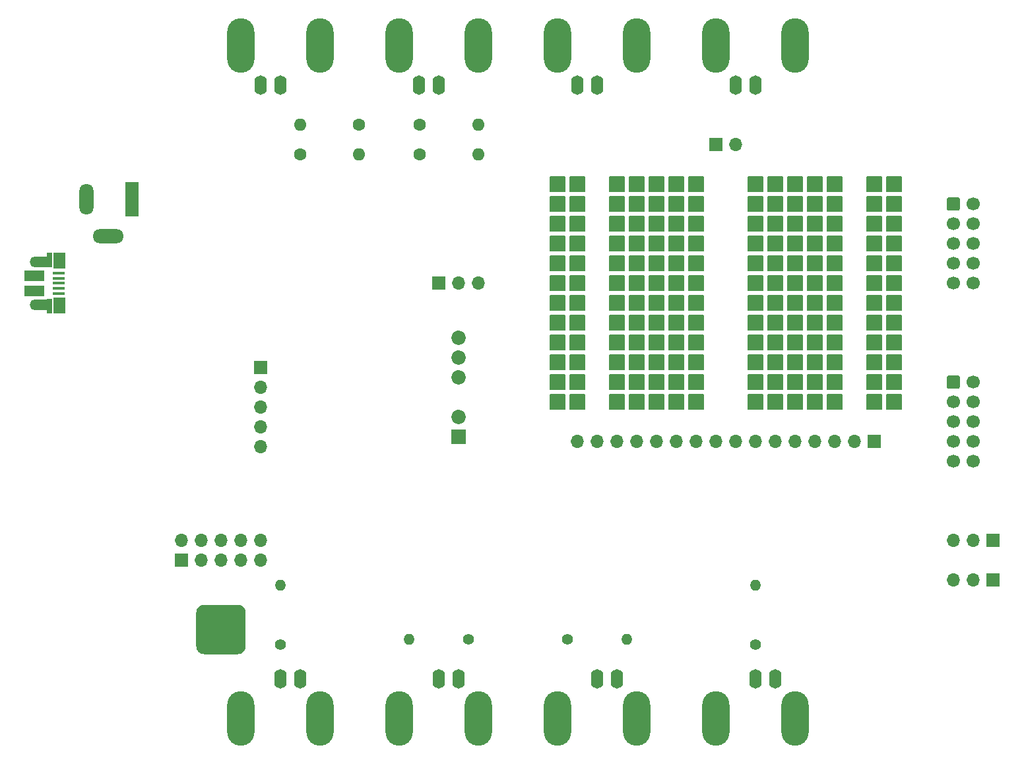
<source format=gbr>
G04 #@! TF.GenerationSoftware,KiCad,Pcbnew,(5.1.8-0-10_14)*
G04 #@! TF.CreationDate,2021-01-15T12:09:11-08:00*
G04 #@! TF.ProjectId,esp32_sync,65737033-325f-4737-996e-632e6b696361,rev?*
G04 #@! TF.SameCoordinates,Original*
G04 #@! TF.FileFunction,Soldermask,Bot*
G04 #@! TF.FilePolarity,Negative*
%FSLAX46Y46*%
G04 Gerber Fmt 4.6, Leading zero omitted, Abs format (unit mm)*
G04 Created by KiCad (PCBNEW (5.1.8-0-10_14)) date 2021-01-15 12:09:11*
%MOMM*%
%LPD*%
G01*
G04 APERTURE LIST*
%ADD10O,1.700000X1.700000*%
%ADD11R,1.700000X1.700000*%
%ADD12C,1.850000*%
%ADD13R,1.850000X1.850000*%
%ADD14O,1.600000X1.600000*%
%ADD15C,1.600000*%
%ADD16R,1.800000X4.400000*%
%ADD17O,1.800000X4.000000*%
%ADD18O,4.000000X1.800000*%
%ADD19O,1.400000X1.400000*%
%ADD20C,1.400000*%
%ADD21C,1.700000*%
%ADD22O,1.600000X2.500000*%
%ADD23O,3.500000X7.000000*%
%ADD24R,2.500000X1.430000*%
%ADD25O,1.700000X1.350000*%
%ADD26O,1.500000X1.100000*%
%ADD27R,1.650000X0.400000*%
%ADD28R,1.500000X2.000000*%
%ADD29R,0.700000X1.825000*%
%ADD30R,2.000000X1.350000*%
G04 APERTURE END LIST*
D10*
X93980000Y-122555000D03*
X93980000Y-120015000D03*
X93980000Y-117475000D03*
X93980000Y-114935000D03*
D11*
X93980000Y-112395000D03*
D10*
X93980000Y-134620000D03*
X93980000Y-137160000D03*
X91440000Y-134620000D03*
X91440000Y-137160000D03*
X88900000Y-134620000D03*
X88900000Y-137160000D03*
X86360000Y-134620000D03*
X86360000Y-137160000D03*
X83820000Y-134620000D03*
D11*
X83820000Y-137160000D03*
D10*
X121920000Y-101600000D03*
X119380000Y-101600000D03*
D11*
X116840000Y-101600000D03*
D12*
X119380000Y-108585000D03*
X119380000Y-111125000D03*
X119380000Y-113665000D03*
X119380000Y-118745000D03*
D13*
X119380000Y-121285000D03*
D14*
X121920000Y-85090000D03*
D15*
X114420000Y-85090000D03*
D14*
X121920000Y-81280000D03*
D15*
X114420000Y-81280000D03*
D16*
X77470000Y-90805000D03*
D17*
X71670000Y-90805000D03*
D18*
X74470000Y-95605000D03*
D19*
X157480000Y-140335000D03*
D20*
X157480000Y-147955000D03*
D21*
X185420000Y-124460000D03*
X185420000Y-121920000D03*
X185420000Y-119380000D03*
X185420000Y-116840000D03*
X185420000Y-114300000D03*
X182880000Y-124460000D03*
X182880000Y-121920000D03*
X182880000Y-119380000D03*
X182880000Y-116840000D03*
G36*
G01*
X182030000Y-114900000D02*
X182030000Y-113700000D01*
G75*
G02*
X182280000Y-113450000I250000J0D01*
G01*
X183480000Y-113450000D01*
G75*
G02*
X183730000Y-113700000I0J-250000D01*
G01*
X183730000Y-114900000D01*
G75*
G02*
X183480000Y-115150000I-250000J0D01*
G01*
X182280000Y-115150000D01*
G75*
G02*
X182030000Y-114900000I0J250000D01*
G01*
G37*
X185420000Y-101600000D03*
X185420000Y-99060000D03*
X185420000Y-96520000D03*
X185420000Y-93980000D03*
X185420000Y-91440000D03*
X182880000Y-101600000D03*
X182880000Y-99060000D03*
X182880000Y-96520000D03*
X182880000Y-93980000D03*
G36*
G01*
X182030000Y-92040000D02*
X182030000Y-90840000D01*
G75*
G02*
X182280000Y-90590000I250000J0D01*
G01*
X183480000Y-90590000D01*
G75*
G02*
X183730000Y-90840000I0J-250000D01*
G01*
X183730000Y-92040000D01*
G75*
G02*
X183480000Y-92290000I-250000J0D01*
G01*
X182280000Y-92290000D01*
G75*
G02*
X182030000Y-92040000I0J250000D01*
G01*
G37*
D10*
X134620000Y-121920000D03*
X137160000Y-121920000D03*
X139700000Y-121920000D03*
X142240000Y-121920000D03*
X144780000Y-121920000D03*
X147320000Y-121920000D03*
X149860000Y-121920000D03*
X152400000Y-121920000D03*
X154940000Y-121920000D03*
X157480000Y-121920000D03*
X160020000Y-121920000D03*
X162560000Y-121920000D03*
X165100000Y-121920000D03*
X167640000Y-121920000D03*
X170180000Y-121920000D03*
D11*
X172720000Y-121920000D03*
G36*
G01*
X85725000Y-148234400D02*
X85725000Y-143865600D01*
G75*
G02*
X86715600Y-142875000I990600J0D01*
G01*
X91084400Y-142875000D01*
G75*
G02*
X92075000Y-143865600I0J-990600D01*
G01*
X92075000Y-148234400D01*
G75*
G02*
X91084400Y-149225000I-990600J0D01*
G01*
X86715600Y-149225000D01*
G75*
G02*
X85725000Y-148234400I0J990600D01*
G01*
G37*
D10*
X154940000Y-83820000D03*
D11*
X152400000Y-83820000D03*
D22*
X99060000Y-152400000D03*
X96520000Y-152400000D03*
D23*
X91440000Y-157480000D03*
X101600000Y-157480000D03*
G36*
G01*
X132880001Y-89950000D02*
X131279999Y-89950000D01*
G75*
G02*
X131030000Y-89700001I0J249999D01*
G01*
X131030000Y-88099999D01*
G75*
G02*
X131279999Y-87850000I249999J0D01*
G01*
X132880001Y-87850000D01*
G75*
G02*
X133130000Y-88099999I0J-249999D01*
G01*
X133130000Y-89700001D01*
G75*
G02*
X132880001Y-89950000I-249999J0D01*
G01*
G37*
G36*
G01*
X132880001Y-92490000D02*
X131279999Y-92490000D01*
G75*
G02*
X131030000Y-92240001I0J249999D01*
G01*
X131030000Y-90639999D01*
G75*
G02*
X131279999Y-90390000I249999J0D01*
G01*
X132880001Y-90390000D01*
G75*
G02*
X133130000Y-90639999I0J-249999D01*
G01*
X133130000Y-92240001D01*
G75*
G02*
X132880001Y-92490000I-249999J0D01*
G01*
G37*
G36*
G01*
X132880001Y-95030000D02*
X131279999Y-95030000D01*
G75*
G02*
X131030000Y-94780001I0J249999D01*
G01*
X131030000Y-93179999D01*
G75*
G02*
X131279999Y-92930000I249999J0D01*
G01*
X132880001Y-92930000D01*
G75*
G02*
X133130000Y-93179999I0J-249999D01*
G01*
X133130000Y-94780001D01*
G75*
G02*
X132880001Y-95030000I-249999J0D01*
G01*
G37*
G36*
G01*
X132880001Y-97570000D02*
X131279999Y-97570000D01*
G75*
G02*
X131030000Y-97320001I0J249999D01*
G01*
X131030000Y-95719999D01*
G75*
G02*
X131279999Y-95470000I249999J0D01*
G01*
X132880001Y-95470000D01*
G75*
G02*
X133130000Y-95719999I0J-249999D01*
G01*
X133130000Y-97320001D01*
G75*
G02*
X132880001Y-97570000I-249999J0D01*
G01*
G37*
G36*
G01*
X132880001Y-100110000D02*
X131279999Y-100110000D01*
G75*
G02*
X131030000Y-99860001I0J249999D01*
G01*
X131030000Y-98259999D01*
G75*
G02*
X131279999Y-98010000I249999J0D01*
G01*
X132880001Y-98010000D01*
G75*
G02*
X133130000Y-98259999I0J-249999D01*
G01*
X133130000Y-99860001D01*
G75*
G02*
X132880001Y-100110000I-249999J0D01*
G01*
G37*
G36*
G01*
X132880001Y-102650000D02*
X131279999Y-102650000D01*
G75*
G02*
X131030000Y-102400001I0J249999D01*
G01*
X131030000Y-100799999D01*
G75*
G02*
X131279999Y-100550000I249999J0D01*
G01*
X132880001Y-100550000D01*
G75*
G02*
X133130000Y-100799999I0J-249999D01*
G01*
X133130000Y-102400001D01*
G75*
G02*
X132880001Y-102650000I-249999J0D01*
G01*
G37*
G36*
G01*
X132880001Y-105190000D02*
X131279999Y-105190000D01*
G75*
G02*
X131030000Y-104940001I0J249999D01*
G01*
X131030000Y-103339999D01*
G75*
G02*
X131279999Y-103090000I249999J0D01*
G01*
X132880001Y-103090000D01*
G75*
G02*
X133130000Y-103339999I0J-249999D01*
G01*
X133130000Y-104940001D01*
G75*
G02*
X132880001Y-105190000I-249999J0D01*
G01*
G37*
G36*
G01*
X132880001Y-107730000D02*
X131279999Y-107730000D01*
G75*
G02*
X131030000Y-107480001I0J249999D01*
G01*
X131030000Y-105879999D01*
G75*
G02*
X131279999Y-105630000I249999J0D01*
G01*
X132880001Y-105630000D01*
G75*
G02*
X133130000Y-105879999I0J-249999D01*
G01*
X133130000Y-107480001D01*
G75*
G02*
X132880001Y-107730000I-249999J0D01*
G01*
G37*
G36*
G01*
X132880001Y-110270000D02*
X131279999Y-110270000D01*
G75*
G02*
X131030000Y-110020001I0J249999D01*
G01*
X131030000Y-108419999D01*
G75*
G02*
X131279999Y-108170000I249999J0D01*
G01*
X132880001Y-108170000D01*
G75*
G02*
X133130000Y-108419999I0J-249999D01*
G01*
X133130000Y-110020001D01*
G75*
G02*
X132880001Y-110270000I-249999J0D01*
G01*
G37*
G36*
G01*
X132880001Y-112810000D02*
X131279999Y-112810000D01*
G75*
G02*
X131030000Y-112560001I0J249999D01*
G01*
X131030000Y-110959999D01*
G75*
G02*
X131279999Y-110710000I249999J0D01*
G01*
X132880001Y-110710000D01*
G75*
G02*
X133130000Y-110959999I0J-249999D01*
G01*
X133130000Y-112560001D01*
G75*
G02*
X132880001Y-112810000I-249999J0D01*
G01*
G37*
G36*
G01*
X132880001Y-115350000D02*
X131279999Y-115350000D01*
G75*
G02*
X131030000Y-115100001I0J249999D01*
G01*
X131030000Y-113499999D01*
G75*
G02*
X131279999Y-113250000I249999J0D01*
G01*
X132880001Y-113250000D01*
G75*
G02*
X133130000Y-113499999I0J-249999D01*
G01*
X133130000Y-115100001D01*
G75*
G02*
X132880001Y-115350000I-249999J0D01*
G01*
G37*
G36*
G01*
X135420001Y-89950000D02*
X133819999Y-89950000D01*
G75*
G02*
X133570000Y-89700001I0J249999D01*
G01*
X133570000Y-88099999D01*
G75*
G02*
X133819999Y-87850000I249999J0D01*
G01*
X135420001Y-87850000D01*
G75*
G02*
X135670000Y-88099999I0J-249999D01*
G01*
X135670000Y-89700001D01*
G75*
G02*
X135420001Y-89950000I-249999J0D01*
G01*
G37*
G36*
G01*
X135420001Y-92490000D02*
X133819999Y-92490000D01*
G75*
G02*
X133570000Y-92240001I0J249999D01*
G01*
X133570000Y-90639999D01*
G75*
G02*
X133819999Y-90390000I249999J0D01*
G01*
X135420001Y-90390000D01*
G75*
G02*
X135670000Y-90639999I0J-249999D01*
G01*
X135670000Y-92240001D01*
G75*
G02*
X135420001Y-92490000I-249999J0D01*
G01*
G37*
G36*
G01*
X135420001Y-95030000D02*
X133819999Y-95030000D01*
G75*
G02*
X133570000Y-94780001I0J249999D01*
G01*
X133570000Y-93179999D01*
G75*
G02*
X133819999Y-92930000I249999J0D01*
G01*
X135420001Y-92930000D01*
G75*
G02*
X135670000Y-93179999I0J-249999D01*
G01*
X135670000Y-94780001D01*
G75*
G02*
X135420001Y-95030000I-249999J0D01*
G01*
G37*
G36*
G01*
X135420001Y-97570000D02*
X133819999Y-97570000D01*
G75*
G02*
X133570000Y-97320001I0J249999D01*
G01*
X133570000Y-95719999D01*
G75*
G02*
X133819999Y-95470000I249999J0D01*
G01*
X135420001Y-95470000D01*
G75*
G02*
X135670000Y-95719999I0J-249999D01*
G01*
X135670000Y-97320001D01*
G75*
G02*
X135420001Y-97570000I-249999J0D01*
G01*
G37*
G36*
G01*
X135420001Y-100110000D02*
X133819999Y-100110000D01*
G75*
G02*
X133570000Y-99860001I0J249999D01*
G01*
X133570000Y-98259999D01*
G75*
G02*
X133819999Y-98010000I249999J0D01*
G01*
X135420001Y-98010000D01*
G75*
G02*
X135670000Y-98259999I0J-249999D01*
G01*
X135670000Y-99860001D01*
G75*
G02*
X135420001Y-100110000I-249999J0D01*
G01*
G37*
G36*
G01*
X135420001Y-102650000D02*
X133819999Y-102650000D01*
G75*
G02*
X133570000Y-102400001I0J249999D01*
G01*
X133570000Y-100799999D01*
G75*
G02*
X133819999Y-100550000I249999J0D01*
G01*
X135420001Y-100550000D01*
G75*
G02*
X135670000Y-100799999I0J-249999D01*
G01*
X135670000Y-102400001D01*
G75*
G02*
X135420001Y-102650000I-249999J0D01*
G01*
G37*
G36*
G01*
X135420001Y-105190000D02*
X133819999Y-105190000D01*
G75*
G02*
X133570000Y-104940001I0J249999D01*
G01*
X133570000Y-103339999D01*
G75*
G02*
X133819999Y-103090000I249999J0D01*
G01*
X135420001Y-103090000D01*
G75*
G02*
X135670000Y-103339999I0J-249999D01*
G01*
X135670000Y-104940001D01*
G75*
G02*
X135420001Y-105190000I-249999J0D01*
G01*
G37*
G36*
G01*
X135420001Y-107730000D02*
X133819999Y-107730000D01*
G75*
G02*
X133570000Y-107480001I0J249999D01*
G01*
X133570000Y-105879999D01*
G75*
G02*
X133819999Y-105630000I249999J0D01*
G01*
X135420001Y-105630000D01*
G75*
G02*
X135670000Y-105879999I0J-249999D01*
G01*
X135670000Y-107480001D01*
G75*
G02*
X135420001Y-107730000I-249999J0D01*
G01*
G37*
G36*
G01*
X135420001Y-110270000D02*
X133819999Y-110270000D01*
G75*
G02*
X133570000Y-110020001I0J249999D01*
G01*
X133570000Y-108419999D01*
G75*
G02*
X133819999Y-108170000I249999J0D01*
G01*
X135420001Y-108170000D01*
G75*
G02*
X135670000Y-108419999I0J-249999D01*
G01*
X135670000Y-110020001D01*
G75*
G02*
X135420001Y-110270000I-249999J0D01*
G01*
G37*
G36*
G01*
X135420001Y-112810000D02*
X133819999Y-112810000D01*
G75*
G02*
X133570000Y-112560001I0J249999D01*
G01*
X133570000Y-110959999D01*
G75*
G02*
X133819999Y-110710000I249999J0D01*
G01*
X135420001Y-110710000D01*
G75*
G02*
X135670000Y-110959999I0J-249999D01*
G01*
X135670000Y-112560001D01*
G75*
G02*
X135420001Y-112810000I-249999J0D01*
G01*
G37*
G36*
G01*
X135420001Y-115350000D02*
X133819999Y-115350000D01*
G75*
G02*
X133570000Y-115100001I0J249999D01*
G01*
X133570000Y-113499999D01*
G75*
G02*
X133819999Y-113250000I249999J0D01*
G01*
X135420001Y-113250000D01*
G75*
G02*
X135670000Y-113499999I0J-249999D01*
G01*
X135670000Y-115100001D01*
G75*
G02*
X135420001Y-115350000I-249999J0D01*
G01*
G37*
G36*
G01*
X135420001Y-117890000D02*
X133819999Y-117890000D01*
G75*
G02*
X133570000Y-117640001I0J249999D01*
G01*
X133570000Y-116039999D01*
G75*
G02*
X133819999Y-115790000I249999J0D01*
G01*
X135420001Y-115790000D01*
G75*
G02*
X135670000Y-116039999I0J-249999D01*
G01*
X135670000Y-117640001D01*
G75*
G02*
X135420001Y-117890000I-249999J0D01*
G01*
G37*
G36*
G01*
X132880001Y-117890000D02*
X131279999Y-117890000D01*
G75*
G02*
X131030000Y-117640001I0J249999D01*
G01*
X131030000Y-116039999D01*
G75*
G02*
X131279999Y-115790000I249999J0D01*
G01*
X132880001Y-115790000D01*
G75*
G02*
X133130000Y-116039999I0J-249999D01*
G01*
X133130000Y-117640001D01*
G75*
G02*
X132880001Y-117890000I-249999J0D01*
G01*
G37*
G36*
G01*
X176060001Y-89950000D02*
X174459999Y-89950000D01*
G75*
G02*
X174210000Y-89700001I0J249999D01*
G01*
X174210000Y-88099999D01*
G75*
G02*
X174459999Y-87850000I249999J0D01*
G01*
X176060001Y-87850000D01*
G75*
G02*
X176310000Y-88099999I0J-249999D01*
G01*
X176310000Y-89700001D01*
G75*
G02*
X176060001Y-89950000I-249999J0D01*
G01*
G37*
G36*
G01*
X176060001Y-92490000D02*
X174459999Y-92490000D01*
G75*
G02*
X174210000Y-92240001I0J249999D01*
G01*
X174210000Y-90639999D01*
G75*
G02*
X174459999Y-90390000I249999J0D01*
G01*
X176060001Y-90390000D01*
G75*
G02*
X176310000Y-90639999I0J-249999D01*
G01*
X176310000Y-92240001D01*
G75*
G02*
X176060001Y-92490000I-249999J0D01*
G01*
G37*
G36*
G01*
X176060001Y-95030000D02*
X174459999Y-95030000D01*
G75*
G02*
X174210000Y-94780001I0J249999D01*
G01*
X174210000Y-93179999D01*
G75*
G02*
X174459999Y-92930000I249999J0D01*
G01*
X176060001Y-92930000D01*
G75*
G02*
X176310000Y-93179999I0J-249999D01*
G01*
X176310000Y-94780001D01*
G75*
G02*
X176060001Y-95030000I-249999J0D01*
G01*
G37*
G36*
G01*
X176060001Y-97570000D02*
X174459999Y-97570000D01*
G75*
G02*
X174210000Y-97320001I0J249999D01*
G01*
X174210000Y-95719999D01*
G75*
G02*
X174459999Y-95470000I249999J0D01*
G01*
X176060001Y-95470000D01*
G75*
G02*
X176310000Y-95719999I0J-249999D01*
G01*
X176310000Y-97320001D01*
G75*
G02*
X176060001Y-97570000I-249999J0D01*
G01*
G37*
G36*
G01*
X176060001Y-100110000D02*
X174459999Y-100110000D01*
G75*
G02*
X174210000Y-99860001I0J249999D01*
G01*
X174210000Y-98259999D01*
G75*
G02*
X174459999Y-98010000I249999J0D01*
G01*
X176060001Y-98010000D01*
G75*
G02*
X176310000Y-98259999I0J-249999D01*
G01*
X176310000Y-99860001D01*
G75*
G02*
X176060001Y-100110000I-249999J0D01*
G01*
G37*
G36*
G01*
X176060001Y-102650000D02*
X174459999Y-102650000D01*
G75*
G02*
X174210000Y-102400001I0J249999D01*
G01*
X174210000Y-100799999D01*
G75*
G02*
X174459999Y-100550000I249999J0D01*
G01*
X176060001Y-100550000D01*
G75*
G02*
X176310000Y-100799999I0J-249999D01*
G01*
X176310000Y-102400001D01*
G75*
G02*
X176060001Y-102650000I-249999J0D01*
G01*
G37*
G36*
G01*
X176060001Y-105190000D02*
X174459999Y-105190000D01*
G75*
G02*
X174210000Y-104940001I0J249999D01*
G01*
X174210000Y-103339999D01*
G75*
G02*
X174459999Y-103090000I249999J0D01*
G01*
X176060001Y-103090000D01*
G75*
G02*
X176310000Y-103339999I0J-249999D01*
G01*
X176310000Y-104940001D01*
G75*
G02*
X176060001Y-105190000I-249999J0D01*
G01*
G37*
G36*
G01*
X176060001Y-107730000D02*
X174459999Y-107730000D01*
G75*
G02*
X174210000Y-107480001I0J249999D01*
G01*
X174210000Y-105879999D01*
G75*
G02*
X174459999Y-105630000I249999J0D01*
G01*
X176060001Y-105630000D01*
G75*
G02*
X176310000Y-105879999I0J-249999D01*
G01*
X176310000Y-107480001D01*
G75*
G02*
X176060001Y-107730000I-249999J0D01*
G01*
G37*
G36*
G01*
X176060001Y-110270000D02*
X174459999Y-110270000D01*
G75*
G02*
X174210000Y-110020001I0J249999D01*
G01*
X174210000Y-108419999D01*
G75*
G02*
X174459999Y-108170000I249999J0D01*
G01*
X176060001Y-108170000D01*
G75*
G02*
X176310000Y-108419999I0J-249999D01*
G01*
X176310000Y-110020001D01*
G75*
G02*
X176060001Y-110270000I-249999J0D01*
G01*
G37*
G36*
G01*
X176060001Y-112810000D02*
X174459999Y-112810000D01*
G75*
G02*
X174210000Y-112560001I0J249999D01*
G01*
X174210000Y-110959999D01*
G75*
G02*
X174459999Y-110710000I249999J0D01*
G01*
X176060001Y-110710000D01*
G75*
G02*
X176310000Y-110959999I0J-249999D01*
G01*
X176310000Y-112560001D01*
G75*
G02*
X176060001Y-112810000I-249999J0D01*
G01*
G37*
G36*
G01*
X176060001Y-115350000D02*
X174459999Y-115350000D01*
G75*
G02*
X174210000Y-115100001I0J249999D01*
G01*
X174210000Y-113499999D01*
G75*
G02*
X174459999Y-113250000I249999J0D01*
G01*
X176060001Y-113250000D01*
G75*
G02*
X176310000Y-113499999I0J-249999D01*
G01*
X176310000Y-115100001D01*
G75*
G02*
X176060001Y-115350000I-249999J0D01*
G01*
G37*
G36*
G01*
X173520001Y-89950000D02*
X171919999Y-89950000D01*
G75*
G02*
X171670000Y-89700001I0J249999D01*
G01*
X171670000Y-88099999D01*
G75*
G02*
X171919999Y-87850000I249999J0D01*
G01*
X173520001Y-87850000D01*
G75*
G02*
X173770000Y-88099999I0J-249999D01*
G01*
X173770000Y-89700001D01*
G75*
G02*
X173520001Y-89950000I-249999J0D01*
G01*
G37*
G36*
G01*
X173520001Y-92490000D02*
X171919999Y-92490000D01*
G75*
G02*
X171670000Y-92240001I0J249999D01*
G01*
X171670000Y-90639999D01*
G75*
G02*
X171919999Y-90390000I249999J0D01*
G01*
X173520001Y-90390000D01*
G75*
G02*
X173770000Y-90639999I0J-249999D01*
G01*
X173770000Y-92240001D01*
G75*
G02*
X173520001Y-92490000I-249999J0D01*
G01*
G37*
G36*
G01*
X173520001Y-95030000D02*
X171919999Y-95030000D01*
G75*
G02*
X171670000Y-94780001I0J249999D01*
G01*
X171670000Y-93179999D01*
G75*
G02*
X171919999Y-92930000I249999J0D01*
G01*
X173520001Y-92930000D01*
G75*
G02*
X173770000Y-93179999I0J-249999D01*
G01*
X173770000Y-94780001D01*
G75*
G02*
X173520001Y-95030000I-249999J0D01*
G01*
G37*
G36*
G01*
X173520001Y-97570000D02*
X171919999Y-97570000D01*
G75*
G02*
X171670000Y-97320001I0J249999D01*
G01*
X171670000Y-95719999D01*
G75*
G02*
X171919999Y-95470000I249999J0D01*
G01*
X173520001Y-95470000D01*
G75*
G02*
X173770000Y-95719999I0J-249999D01*
G01*
X173770000Y-97320001D01*
G75*
G02*
X173520001Y-97570000I-249999J0D01*
G01*
G37*
G36*
G01*
X173520001Y-100110000D02*
X171919999Y-100110000D01*
G75*
G02*
X171670000Y-99860001I0J249999D01*
G01*
X171670000Y-98259999D01*
G75*
G02*
X171919999Y-98010000I249999J0D01*
G01*
X173520001Y-98010000D01*
G75*
G02*
X173770000Y-98259999I0J-249999D01*
G01*
X173770000Y-99860001D01*
G75*
G02*
X173520001Y-100110000I-249999J0D01*
G01*
G37*
G36*
G01*
X173520001Y-102650000D02*
X171919999Y-102650000D01*
G75*
G02*
X171670000Y-102400001I0J249999D01*
G01*
X171670000Y-100799999D01*
G75*
G02*
X171919999Y-100550000I249999J0D01*
G01*
X173520001Y-100550000D01*
G75*
G02*
X173770000Y-100799999I0J-249999D01*
G01*
X173770000Y-102400001D01*
G75*
G02*
X173520001Y-102650000I-249999J0D01*
G01*
G37*
G36*
G01*
X173520001Y-105190000D02*
X171919999Y-105190000D01*
G75*
G02*
X171670000Y-104940001I0J249999D01*
G01*
X171670000Y-103339999D01*
G75*
G02*
X171919999Y-103090000I249999J0D01*
G01*
X173520001Y-103090000D01*
G75*
G02*
X173770000Y-103339999I0J-249999D01*
G01*
X173770000Y-104940001D01*
G75*
G02*
X173520001Y-105190000I-249999J0D01*
G01*
G37*
G36*
G01*
X173520001Y-107730000D02*
X171919999Y-107730000D01*
G75*
G02*
X171670000Y-107480001I0J249999D01*
G01*
X171670000Y-105879999D01*
G75*
G02*
X171919999Y-105630000I249999J0D01*
G01*
X173520001Y-105630000D01*
G75*
G02*
X173770000Y-105879999I0J-249999D01*
G01*
X173770000Y-107480001D01*
G75*
G02*
X173520001Y-107730000I-249999J0D01*
G01*
G37*
G36*
G01*
X173520001Y-110270000D02*
X171919999Y-110270000D01*
G75*
G02*
X171670000Y-110020001I0J249999D01*
G01*
X171670000Y-108419999D01*
G75*
G02*
X171919999Y-108170000I249999J0D01*
G01*
X173520001Y-108170000D01*
G75*
G02*
X173770000Y-108419999I0J-249999D01*
G01*
X173770000Y-110020001D01*
G75*
G02*
X173520001Y-110270000I-249999J0D01*
G01*
G37*
G36*
G01*
X173520001Y-112810000D02*
X171919999Y-112810000D01*
G75*
G02*
X171670000Y-112560001I0J249999D01*
G01*
X171670000Y-110959999D01*
G75*
G02*
X171919999Y-110710000I249999J0D01*
G01*
X173520001Y-110710000D01*
G75*
G02*
X173770000Y-110959999I0J-249999D01*
G01*
X173770000Y-112560001D01*
G75*
G02*
X173520001Y-112810000I-249999J0D01*
G01*
G37*
G36*
G01*
X173520001Y-115350000D02*
X171919999Y-115350000D01*
G75*
G02*
X171670000Y-115100001I0J249999D01*
G01*
X171670000Y-113499999D01*
G75*
G02*
X171919999Y-113250000I249999J0D01*
G01*
X173520001Y-113250000D01*
G75*
G02*
X173770000Y-113499999I0J-249999D01*
G01*
X173770000Y-115100001D01*
G75*
G02*
X173520001Y-115350000I-249999J0D01*
G01*
G37*
G36*
G01*
X176060001Y-117890000D02*
X174459999Y-117890000D01*
G75*
G02*
X174210000Y-117640001I0J249999D01*
G01*
X174210000Y-116039999D01*
G75*
G02*
X174459999Y-115790000I249999J0D01*
G01*
X176060001Y-115790000D01*
G75*
G02*
X176310000Y-116039999I0J-249999D01*
G01*
X176310000Y-117640001D01*
G75*
G02*
X176060001Y-117890000I-249999J0D01*
G01*
G37*
G36*
G01*
X173520001Y-117890000D02*
X171919999Y-117890000D01*
G75*
G02*
X171670000Y-117640001I0J249999D01*
G01*
X171670000Y-116039999D01*
G75*
G02*
X171919999Y-115790000I249999J0D01*
G01*
X173520001Y-115790000D01*
G75*
G02*
X173770000Y-116039999I0J-249999D01*
G01*
X173770000Y-117640001D01*
G75*
G02*
X173520001Y-117890000I-249999J0D01*
G01*
G37*
G36*
G01*
X168440001Y-89950000D02*
X166839999Y-89950000D01*
G75*
G02*
X166590000Y-89700001I0J249999D01*
G01*
X166590000Y-88099999D01*
G75*
G02*
X166839999Y-87850000I249999J0D01*
G01*
X168440001Y-87850000D01*
G75*
G02*
X168690000Y-88099999I0J-249999D01*
G01*
X168690000Y-89700001D01*
G75*
G02*
X168440001Y-89950000I-249999J0D01*
G01*
G37*
G36*
G01*
X168440001Y-92490000D02*
X166839999Y-92490000D01*
G75*
G02*
X166590000Y-92240001I0J249999D01*
G01*
X166590000Y-90639999D01*
G75*
G02*
X166839999Y-90390000I249999J0D01*
G01*
X168440001Y-90390000D01*
G75*
G02*
X168690000Y-90639999I0J-249999D01*
G01*
X168690000Y-92240001D01*
G75*
G02*
X168440001Y-92490000I-249999J0D01*
G01*
G37*
G36*
G01*
X168440001Y-95030000D02*
X166839999Y-95030000D01*
G75*
G02*
X166590000Y-94780001I0J249999D01*
G01*
X166590000Y-93179999D01*
G75*
G02*
X166839999Y-92930000I249999J0D01*
G01*
X168440001Y-92930000D01*
G75*
G02*
X168690000Y-93179999I0J-249999D01*
G01*
X168690000Y-94780001D01*
G75*
G02*
X168440001Y-95030000I-249999J0D01*
G01*
G37*
G36*
G01*
X168440001Y-97570000D02*
X166839999Y-97570000D01*
G75*
G02*
X166590000Y-97320001I0J249999D01*
G01*
X166590000Y-95719999D01*
G75*
G02*
X166839999Y-95470000I249999J0D01*
G01*
X168440001Y-95470000D01*
G75*
G02*
X168690000Y-95719999I0J-249999D01*
G01*
X168690000Y-97320001D01*
G75*
G02*
X168440001Y-97570000I-249999J0D01*
G01*
G37*
G36*
G01*
X168440001Y-100110000D02*
X166839999Y-100110000D01*
G75*
G02*
X166590000Y-99860001I0J249999D01*
G01*
X166590000Y-98259999D01*
G75*
G02*
X166839999Y-98010000I249999J0D01*
G01*
X168440001Y-98010000D01*
G75*
G02*
X168690000Y-98259999I0J-249999D01*
G01*
X168690000Y-99860001D01*
G75*
G02*
X168440001Y-100110000I-249999J0D01*
G01*
G37*
G36*
G01*
X168440001Y-102650000D02*
X166839999Y-102650000D01*
G75*
G02*
X166590000Y-102400001I0J249999D01*
G01*
X166590000Y-100799999D01*
G75*
G02*
X166839999Y-100550000I249999J0D01*
G01*
X168440001Y-100550000D01*
G75*
G02*
X168690000Y-100799999I0J-249999D01*
G01*
X168690000Y-102400001D01*
G75*
G02*
X168440001Y-102650000I-249999J0D01*
G01*
G37*
G36*
G01*
X168440001Y-105190000D02*
X166839999Y-105190000D01*
G75*
G02*
X166590000Y-104940001I0J249999D01*
G01*
X166590000Y-103339999D01*
G75*
G02*
X166839999Y-103090000I249999J0D01*
G01*
X168440001Y-103090000D01*
G75*
G02*
X168690000Y-103339999I0J-249999D01*
G01*
X168690000Y-104940001D01*
G75*
G02*
X168440001Y-105190000I-249999J0D01*
G01*
G37*
G36*
G01*
X168440001Y-107730000D02*
X166839999Y-107730000D01*
G75*
G02*
X166590000Y-107480001I0J249999D01*
G01*
X166590000Y-105879999D01*
G75*
G02*
X166839999Y-105630000I249999J0D01*
G01*
X168440001Y-105630000D01*
G75*
G02*
X168690000Y-105879999I0J-249999D01*
G01*
X168690000Y-107480001D01*
G75*
G02*
X168440001Y-107730000I-249999J0D01*
G01*
G37*
G36*
G01*
X168440001Y-110270000D02*
X166839999Y-110270000D01*
G75*
G02*
X166590000Y-110020001I0J249999D01*
G01*
X166590000Y-108419999D01*
G75*
G02*
X166839999Y-108170000I249999J0D01*
G01*
X168440001Y-108170000D01*
G75*
G02*
X168690000Y-108419999I0J-249999D01*
G01*
X168690000Y-110020001D01*
G75*
G02*
X168440001Y-110270000I-249999J0D01*
G01*
G37*
G36*
G01*
X168440001Y-112810000D02*
X166839999Y-112810000D01*
G75*
G02*
X166590000Y-112560001I0J249999D01*
G01*
X166590000Y-110959999D01*
G75*
G02*
X166839999Y-110710000I249999J0D01*
G01*
X168440001Y-110710000D01*
G75*
G02*
X168690000Y-110959999I0J-249999D01*
G01*
X168690000Y-112560001D01*
G75*
G02*
X168440001Y-112810000I-249999J0D01*
G01*
G37*
G36*
G01*
X168440001Y-115350000D02*
X166839999Y-115350000D01*
G75*
G02*
X166590000Y-115100001I0J249999D01*
G01*
X166590000Y-113499999D01*
G75*
G02*
X166839999Y-113250000I249999J0D01*
G01*
X168440001Y-113250000D01*
G75*
G02*
X168690000Y-113499999I0J-249999D01*
G01*
X168690000Y-115100001D01*
G75*
G02*
X168440001Y-115350000I-249999J0D01*
G01*
G37*
G36*
G01*
X168440001Y-117890000D02*
X166839999Y-117890000D01*
G75*
G02*
X166590000Y-117640001I0J249999D01*
G01*
X166590000Y-116039999D01*
G75*
G02*
X166839999Y-115790000I249999J0D01*
G01*
X168440001Y-115790000D01*
G75*
G02*
X168690000Y-116039999I0J-249999D01*
G01*
X168690000Y-117640001D01*
G75*
G02*
X168440001Y-117890000I-249999J0D01*
G01*
G37*
G36*
G01*
X165900001Y-89950000D02*
X164299999Y-89950000D01*
G75*
G02*
X164050000Y-89700001I0J249999D01*
G01*
X164050000Y-88099999D01*
G75*
G02*
X164299999Y-87850000I249999J0D01*
G01*
X165900001Y-87850000D01*
G75*
G02*
X166150000Y-88099999I0J-249999D01*
G01*
X166150000Y-89700001D01*
G75*
G02*
X165900001Y-89950000I-249999J0D01*
G01*
G37*
G36*
G01*
X165900001Y-92490000D02*
X164299999Y-92490000D01*
G75*
G02*
X164050000Y-92240001I0J249999D01*
G01*
X164050000Y-90639999D01*
G75*
G02*
X164299999Y-90390000I249999J0D01*
G01*
X165900001Y-90390000D01*
G75*
G02*
X166150000Y-90639999I0J-249999D01*
G01*
X166150000Y-92240001D01*
G75*
G02*
X165900001Y-92490000I-249999J0D01*
G01*
G37*
G36*
G01*
X165900001Y-95030000D02*
X164299999Y-95030000D01*
G75*
G02*
X164050000Y-94780001I0J249999D01*
G01*
X164050000Y-93179999D01*
G75*
G02*
X164299999Y-92930000I249999J0D01*
G01*
X165900001Y-92930000D01*
G75*
G02*
X166150000Y-93179999I0J-249999D01*
G01*
X166150000Y-94780001D01*
G75*
G02*
X165900001Y-95030000I-249999J0D01*
G01*
G37*
G36*
G01*
X165900001Y-97570000D02*
X164299999Y-97570000D01*
G75*
G02*
X164050000Y-97320001I0J249999D01*
G01*
X164050000Y-95719999D01*
G75*
G02*
X164299999Y-95470000I249999J0D01*
G01*
X165900001Y-95470000D01*
G75*
G02*
X166150000Y-95719999I0J-249999D01*
G01*
X166150000Y-97320001D01*
G75*
G02*
X165900001Y-97570000I-249999J0D01*
G01*
G37*
G36*
G01*
X165900001Y-100110000D02*
X164299999Y-100110000D01*
G75*
G02*
X164050000Y-99860001I0J249999D01*
G01*
X164050000Y-98259999D01*
G75*
G02*
X164299999Y-98010000I249999J0D01*
G01*
X165900001Y-98010000D01*
G75*
G02*
X166150000Y-98259999I0J-249999D01*
G01*
X166150000Y-99860001D01*
G75*
G02*
X165900001Y-100110000I-249999J0D01*
G01*
G37*
G36*
G01*
X165900001Y-102650000D02*
X164299999Y-102650000D01*
G75*
G02*
X164050000Y-102400001I0J249999D01*
G01*
X164050000Y-100799999D01*
G75*
G02*
X164299999Y-100550000I249999J0D01*
G01*
X165900001Y-100550000D01*
G75*
G02*
X166150000Y-100799999I0J-249999D01*
G01*
X166150000Y-102400001D01*
G75*
G02*
X165900001Y-102650000I-249999J0D01*
G01*
G37*
G36*
G01*
X165900001Y-105190000D02*
X164299999Y-105190000D01*
G75*
G02*
X164050000Y-104940001I0J249999D01*
G01*
X164050000Y-103339999D01*
G75*
G02*
X164299999Y-103090000I249999J0D01*
G01*
X165900001Y-103090000D01*
G75*
G02*
X166150000Y-103339999I0J-249999D01*
G01*
X166150000Y-104940001D01*
G75*
G02*
X165900001Y-105190000I-249999J0D01*
G01*
G37*
G36*
G01*
X165900001Y-107730000D02*
X164299999Y-107730000D01*
G75*
G02*
X164050000Y-107480001I0J249999D01*
G01*
X164050000Y-105879999D01*
G75*
G02*
X164299999Y-105630000I249999J0D01*
G01*
X165900001Y-105630000D01*
G75*
G02*
X166150000Y-105879999I0J-249999D01*
G01*
X166150000Y-107480001D01*
G75*
G02*
X165900001Y-107730000I-249999J0D01*
G01*
G37*
G36*
G01*
X165900001Y-110270000D02*
X164299999Y-110270000D01*
G75*
G02*
X164050000Y-110020001I0J249999D01*
G01*
X164050000Y-108419999D01*
G75*
G02*
X164299999Y-108170000I249999J0D01*
G01*
X165900001Y-108170000D01*
G75*
G02*
X166150000Y-108419999I0J-249999D01*
G01*
X166150000Y-110020001D01*
G75*
G02*
X165900001Y-110270000I-249999J0D01*
G01*
G37*
G36*
G01*
X165900001Y-112810000D02*
X164299999Y-112810000D01*
G75*
G02*
X164050000Y-112560001I0J249999D01*
G01*
X164050000Y-110959999D01*
G75*
G02*
X164299999Y-110710000I249999J0D01*
G01*
X165900001Y-110710000D01*
G75*
G02*
X166150000Y-110959999I0J-249999D01*
G01*
X166150000Y-112560001D01*
G75*
G02*
X165900001Y-112810000I-249999J0D01*
G01*
G37*
G36*
G01*
X165900001Y-115350000D02*
X164299999Y-115350000D01*
G75*
G02*
X164050000Y-115100001I0J249999D01*
G01*
X164050000Y-113499999D01*
G75*
G02*
X164299999Y-113250000I249999J0D01*
G01*
X165900001Y-113250000D01*
G75*
G02*
X166150000Y-113499999I0J-249999D01*
G01*
X166150000Y-115100001D01*
G75*
G02*
X165900001Y-115350000I-249999J0D01*
G01*
G37*
G36*
G01*
X165900001Y-117890000D02*
X164299999Y-117890000D01*
G75*
G02*
X164050000Y-117640001I0J249999D01*
G01*
X164050000Y-116039999D01*
G75*
G02*
X164299999Y-115790000I249999J0D01*
G01*
X165900001Y-115790000D01*
G75*
G02*
X166150000Y-116039999I0J-249999D01*
G01*
X166150000Y-117640001D01*
G75*
G02*
X165900001Y-117890000I-249999J0D01*
G01*
G37*
G36*
G01*
X163360001Y-89950000D02*
X161759999Y-89950000D01*
G75*
G02*
X161510000Y-89700001I0J249999D01*
G01*
X161510000Y-88099999D01*
G75*
G02*
X161759999Y-87850000I249999J0D01*
G01*
X163360001Y-87850000D01*
G75*
G02*
X163610000Y-88099999I0J-249999D01*
G01*
X163610000Y-89700001D01*
G75*
G02*
X163360001Y-89950000I-249999J0D01*
G01*
G37*
G36*
G01*
X163360001Y-92490000D02*
X161759999Y-92490000D01*
G75*
G02*
X161510000Y-92240001I0J249999D01*
G01*
X161510000Y-90639999D01*
G75*
G02*
X161759999Y-90390000I249999J0D01*
G01*
X163360001Y-90390000D01*
G75*
G02*
X163610000Y-90639999I0J-249999D01*
G01*
X163610000Y-92240001D01*
G75*
G02*
X163360001Y-92490000I-249999J0D01*
G01*
G37*
G36*
G01*
X163360001Y-95030000D02*
X161759999Y-95030000D01*
G75*
G02*
X161510000Y-94780001I0J249999D01*
G01*
X161510000Y-93179999D01*
G75*
G02*
X161759999Y-92930000I249999J0D01*
G01*
X163360001Y-92930000D01*
G75*
G02*
X163610000Y-93179999I0J-249999D01*
G01*
X163610000Y-94780001D01*
G75*
G02*
X163360001Y-95030000I-249999J0D01*
G01*
G37*
G36*
G01*
X163360001Y-97570000D02*
X161759999Y-97570000D01*
G75*
G02*
X161510000Y-97320001I0J249999D01*
G01*
X161510000Y-95719999D01*
G75*
G02*
X161759999Y-95470000I249999J0D01*
G01*
X163360001Y-95470000D01*
G75*
G02*
X163610000Y-95719999I0J-249999D01*
G01*
X163610000Y-97320001D01*
G75*
G02*
X163360001Y-97570000I-249999J0D01*
G01*
G37*
G36*
G01*
X163360001Y-100110000D02*
X161759999Y-100110000D01*
G75*
G02*
X161510000Y-99860001I0J249999D01*
G01*
X161510000Y-98259999D01*
G75*
G02*
X161759999Y-98010000I249999J0D01*
G01*
X163360001Y-98010000D01*
G75*
G02*
X163610000Y-98259999I0J-249999D01*
G01*
X163610000Y-99860001D01*
G75*
G02*
X163360001Y-100110000I-249999J0D01*
G01*
G37*
G36*
G01*
X163360001Y-102650000D02*
X161759999Y-102650000D01*
G75*
G02*
X161510000Y-102400001I0J249999D01*
G01*
X161510000Y-100799999D01*
G75*
G02*
X161759999Y-100550000I249999J0D01*
G01*
X163360001Y-100550000D01*
G75*
G02*
X163610000Y-100799999I0J-249999D01*
G01*
X163610000Y-102400001D01*
G75*
G02*
X163360001Y-102650000I-249999J0D01*
G01*
G37*
G36*
G01*
X163360001Y-105190000D02*
X161759999Y-105190000D01*
G75*
G02*
X161510000Y-104940001I0J249999D01*
G01*
X161510000Y-103339999D01*
G75*
G02*
X161759999Y-103090000I249999J0D01*
G01*
X163360001Y-103090000D01*
G75*
G02*
X163610000Y-103339999I0J-249999D01*
G01*
X163610000Y-104940001D01*
G75*
G02*
X163360001Y-105190000I-249999J0D01*
G01*
G37*
G36*
G01*
X163360001Y-107730000D02*
X161759999Y-107730000D01*
G75*
G02*
X161510000Y-107480001I0J249999D01*
G01*
X161510000Y-105879999D01*
G75*
G02*
X161759999Y-105630000I249999J0D01*
G01*
X163360001Y-105630000D01*
G75*
G02*
X163610000Y-105879999I0J-249999D01*
G01*
X163610000Y-107480001D01*
G75*
G02*
X163360001Y-107730000I-249999J0D01*
G01*
G37*
G36*
G01*
X163360001Y-110270000D02*
X161759999Y-110270000D01*
G75*
G02*
X161510000Y-110020001I0J249999D01*
G01*
X161510000Y-108419999D01*
G75*
G02*
X161759999Y-108170000I249999J0D01*
G01*
X163360001Y-108170000D01*
G75*
G02*
X163610000Y-108419999I0J-249999D01*
G01*
X163610000Y-110020001D01*
G75*
G02*
X163360001Y-110270000I-249999J0D01*
G01*
G37*
G36*
G01*
X163360001Y-112810000D02*
X161759999Y-112810000D01*
G75*
G02*
X161510000Y-112560001I0J249999D01*
G01*
X161510000Y-110959999D01*
G75*
G02*
X161759999Y-110710000I249999J0D01*
G01*
X163360001Y-110710000D01*
G75*
G02*
X163610000Y-110959999I0J-249999D01*
G01*
X163610000Y-112560001D01*
G75*
G02*
X163360001Y-112810000I-249999J0D01*
G01*
G37*
G36*
G01*
X163360001Y-115350000D02*
X161759999Y-115350000D01*
G75*
G02*
X161510000Y-115100001I0J249999D01*
G01*
X161510000Y-113499999D01*
G75*
G02*
X161759999Y-113250000I249999J0D01*
G01*
X163360001Y-113250000D01*
G75*
G02*
X163610000Y-113499999I0J-249999D01*
G01*
X163610000Y-115100001D01*
G75*
G02*
X163360001Y-115350000I-249999J0D01*
G01*
G37*
G36*
G01*
X163360001Y-117890000D02*
X161759999Y-117890000D01*
G75*
G02*
X161510000Y-117640001I0J249999D01*
G01*
X161510000Y-116039999D01*
G75*
G02*
X161759999Y-115790000I249999J0D01*
G01*
X163360001Y-115790000D01*
G75*
G02*
X163610000Y-116039999I0J-249999D01*
G01*
X163610000Y-117640001D01*
G75*
G02*
X163360001Y-117890000I-249999J0D01*
G01*
G37*
G36*
G01*
X160820001Y-89950000D02*
X159219999Y-89950000D01*
G75*
G02*
X158970000Y-89700001I0J249999D01*
G01*
X158970000Y-88099999D01*
G75*
G02*
X159219999Y-87850000I249999J0D01*
G01*
X160820001Y-87850000D01*
G75*
G02*
X161070000Y-88099999I0J-249999D01*
G01*
X161070000Y-89700001D01*
G75*
G02*
X160820001Y-89950000I-249999J0D01*
G01*
G37*
G36*
G01*
X160820001Y-92490000D02*
X159219999Y-92490000D01*
G75*
G02*
X158970000Y-92240001I0J249999D01*
G01*
X158970000Y-90639999D01*
G75*
G02*
X159219999Y-90390000I249999J0D01*
G01*
X160820001Y-90390000D01*
G75*
G02*
X161070000Y-90639999I0J-249999D01*
G01*
X161070000Y-92240001D01*
G75*
G02*
X160820001Y-92490000I-249999J0D01*
G01*
G37*
G36*
G01*
X160820001Y-95030000D02*
X159219999Y-95030000D01*
G75*
G02*
X158970000Y-94780001I0J249999D01*
G01*
X158970000Y-93179999D01*
G75*
G02*
X159219999Y-92930000I249999J0D01*
G01*
X160820001Y-92930000D01*
G75*
G02*
X161070000Y-93179999I0J-249999D01*
G01*
X161070000Y-94780001D01*
G75*
G02*
X160820001Y-95030000I-249999J0D01*
G01*
G37*
G36*
G01*
X160820001Y-97570000D02*
X159219999Y-97570000D01*
G75*
G02*
X158970000Y-97320001I0J249999D01*
G01*
X158970000Y-95719999D01*
G75*
G02*
X159219999Y-95470000I249999J0D01*
G01*
X160820001Y-95470000D01*
G75*
G02*
X161070000Y-95719999I0J-249999D01*
G01*
X161070000Y-97320001D01*
G75*
G02*
X160820001Y-97570000I-249999J0D01*
G01*
G37*
G36*
G01*
X160820001Y-100110000D02*
X159219999Y-100110000D01*
G75*
G02*
X158970000Y-99860001I0J249999D01*
G01*
X158970000Y-98259999D01*
G75*
G02*
X159219999Y-98010000I249999J0D01*
G01*
X160820001Y-98010000D01*
G75*
G02*
X161070000Y-98259999I0J-249999D01*
G01*
X161070000Y-99860001D01*
G75*
G02*
X160820001Y-100110000I-249999J0D01*
G01*
G37*
G36*
G01*
X160820001Y-102650000D02*
X159219999Y-102650000D01*
G75*
G02*
X158970000Y-102400001I0J249999D01*
G01*
X158970000Y-100799999D01*
G75*
G02*
X159219999Y-100550000I249999J0D01*
G01*
X160820001Y-100550000D01*
G75*
G02*
X161070000Y-100799999I0J-249999D01*
G01*
X161070000Y-102400001D01*
G75*
G02*
X160820001Y-102650000I-249999J0D01*
G01*
G37*
G36*
G01*
X160820001Y-105190000D02*
X159219999Y-105190000D01*
G75*
G02*
X158970000Y-104940001I0J249999D01*
G01*
X158970000Y-103339999D01*
G75*
G02*
X159219999Y-103090000I249999J0D01*
G01*
X160820001Y-103090000D01*
G75*
G02*
X161070000Y-103339999I0J-249999D01*
G01*
X161070000Y-104940001D01*
G75*
G02*
X160820001Y-105190000I-249999J0D01*
G01*
G37*
G36*
G01*
X160820001Y-107730000D02*
X159219999Y-107730000D01*
G75*
G02*
X158970000Y-107480001I0J249999D01*
G01*
X158970000Y-105879999D01*
G75*
G02*
X159219999Y-105630000I249999J0D01*
G01*
X160820001Y-105630000D01*
G75*
G02*
X161070000Y-105879999I0J-249999D01*
G01*
X161070000Y-107480001D01*
G75*
G02*
X160820001Y-107730000I-249999J0D01*
G01*
G37*
G36*
G01*
X160820001Y-110270000D02*
X159219999Y-110270000D01*
G75*
G02*
X158970000Y-110020001I0J249999D01*
G01*
X158970000Y-108419999D01*
G75*
G02*
X159219999Y-108170000I249999J0D01*
G01*
X160820001Y-108170000D01*
G75*
G02*
X161070000Y-108419999I0J-249999D01*
G01*
X161070000Y-110020001D01*
G75*
G02*
X160820001Y-110270000I-249999J0D01*
G01*
G37*
G36*
G01*
X160820001Y-112810000D02*
X159219999Y-112810000D01*
G75*
G02*
X158970000Y-112560001I0J249999D01*
G01*
X158970000Y-110959999D01*
G75*
G02*
X159219999Y-110710000I249999J0D01*
G01*
X160820001Y-110710000D01*
G75*
G02*
X161070000Y-110959999I0J-249999D01*
G01*
X161070000Y-112560001D01*
G75*
G02*
X160820001Y-112810000I-249999J0D01*
G01*
G37*
G36*
G01*
X160820001Y-115350000D02*
X159219999Y-115350000D01*
G75*
G02*
X158970000Y-115100001I0J249999D01*
G01*
X158970000Y-113499999D01*
G75*
G02*
X159219999Y-113250000I249999J0D01*
G01*
X160820001Y-113250000D01*
G75*
G02*
X161070000Y-113499999I0J-249999D01*
G01*
X161070000Y-115100001D01*
G75*
G02*
X160820001Y-115350000I-249999J0D01*
G01*
G37*
G36*
G01*
X160820001Y-117890000D02*
X159219999Y-117890000D01*
G75*
G02*
X158970000Y-117640001I0J249999D01*
G01*
X158970000Y-116039999D01*
G75*
G02*
X159219999Y-115790000I249999J0D01*
G01*
X160820001Y-115790000D01*
G75*
G02*
X161070000Y-116039999I0J-249999D01*
G01*
X161070000Y-117640001D01*
G75*
G02*
X160820001Y-117890000I-249999J0D01*
G01*
G37*
G36*
G01*
X158280001Y-89950000D02*
X156679999Y-89950000D01*
G75*
G02*
X156430000Y-89700001I0J249999D01*
G01*
X156430000Y-88099999D01*
G75*
G02*
X156679999Y-87850000I249999J0D01*
G01*
X158280001Y-87850000D01*
G75*
G02*
X158530000Y-88099999I0J-249999D01*
G01*
X158530000Y-89700001D01*
G75*
G02*
X158280001Y-89950000I-249999J0D01*
G01*
G37*
G36*
G01*
X158280001Y-92490000D02*
X156679999Y-92490000D01*
G75*
G02*
X156430000Y-92240001I0J249999D01*
G01*
X156430000Y-90639999D01*
G75*
G02*
X156679999Y-90390000I249999J0D01*
G01*
X158280001Y-90390000D01*
G75*
G02*
X158530000Y-90639999I0J-249999D01*
G01*
X158530000Y-92240001D01*
G75*
G02*
X158280001Y-92490000I-249999J0D01*
G01*
G37*
G36*
G01*
X158280001Y-95030000D02*
X156679999Y-95030000D01*
G75*
G02*
X156430000Y-94780001I0J249999D01*
G01*
X156430000Y-93179999D01*
G75*
G02*
X156679999Y-92930000I249999J0D01*
G01*
X158280001Y-92930000D01*
G75*
G02*
X158530000Y-93179999I0J-249999D01*
G01*
X158530000Y-94780001D01*
G75*
G02*
X158280001Y-95030000I-249999J0D01*
G01*
G37*
G36*
G01*
X158280001Y-97570000D02*
X156679999Y-97570000D01*
G75*
G02*
X156430000Y-97320001I0J249999D01*
G01*
X156430000Y-95719999D01*
G75*
G02*
X156679999Y-95470000I249999J0D01*
G01*
X158280001Y-95470000D01*
G75*
G02*
X158530000Y-95719999I0J-249999D01*
G01*
X158530000Y-97320001D01*
G75*
G02*
X158280001Y-97570000I-249999J0D01*
G01*
G37*
G36*
G01*
X158280001Y-100110000D02*
X156679999Y-100110000D01*
G75*
G02*
X156430000Y-99860001I0J249999D01*
G01*
X156430000Y-98259999D01*
G75*
G02*
X156679999Y-98010000I249999J0D01*
G01*
X158280001Y-98010000D01*
G75*
G02*
X158530000Y-98259999I0J-249999D01*
G01*
X158530000Y-99860001D01*
G75*
G02*
X158280001Y-100110000I-249999J0D01*
G01*
G37*
G36*
G01*
X158280001Y-102650000D02*
X156679999Y-102650000D01*
G75*
G02*
X156430000Y-102400001I0J249999D01*
G01*
X156430000Y-100799999D01*
G75*
G02*
X156679999Y-100550000I249999J0D01*
G01*
X158280001Y-100550000D01*
G75*
G02*
X158530000Y-100799999I0J-249999D01*
G01*
X158530000Y-102400001D01*
G75*
G02*
X158280001Y-102650000I-249999J0D01*
G01*
G37*
G36*
G01*
X158280001Y-105190000D02*
X156679999Y-105190000D01*
G75*
G02*
X156430000Y-104940001I0J249999D01*
G01*
X156430000Y-103339999D01*
G75*
G02*
X156679999Y-103090000I249999J0D01*
G01*
X158280001Y-103090000D01*
G75*
G02*
X158530000Y-103339999I0J-249999D01*
G01*
X158530000Y-104940001D01*
G75*
G02*
X158280001Y-105190000I-249999J0D01*
G01*
G37*
G36*
G01*
X158280001Y-107730000D02*
X156679999Y-107730000D01*
G75*
G02*
X156430000Y-107480001I0J249999D01*
G01*
X156430000Y-105879999D01*
G75*
G02*
X156679999Y-105630000I249999J0D01*
G01*
X158280001Y-105630000D01*
G75*
G02*
X158530000Y-105879999I0J-249999D01*
G01*
X158530000Y-107480001D01*
G75*
G02*
X158280001Y-107730000I-249999J0D01*
G01*
G37*
G36*
G01*
X158280001Y-110270000D02*
X156679999Y-110270000D01*
G75*
G02*
X156430000Y-110020001I0J249999D01*
G01*
X156430000Y-108419999D01*
G75*
G02*
X156679999Y-108170000I249999J0D01*
G01*
X158280001Y-108170000D01*
G75*
G02*
X158530000Y-108419999I0J-249999D01*
G01*
X158530000Y-110020001D01*
G75*
G02*
X158280001Y-110270000I-249999J0D01*
G01*
G37*
G36*
G01*
X158280001Y-112810000D02*
X156679999Y-112810000D01*
G75*
G02*
X156430000Y-112560001I0J249999D01*
G01*
X156430000Y-110959999D01*
G75*
G02*
X156679999Y-110710000I249999J0D01*
G01*
X158280001Y-110710000D01*
G75*
G02*
X158530000Y-110959999I0J-249999D01*
G01*
X158530000Y-112560001D01*
G75*
G02*
X158280001Y-112810000I-249999J0D01*
G01*
G37*
G36*
G01*
X158280001Y-115350000D02*
X156679999Y-115350000D01*
G75*
G02*
X156430000Y-115100001I0J249999D01*
G01*
X156430000Y-113499999D01*
G75*
G02*
X156679999Y-113250000I249999J0D01*
G01*
X158280001Y-113250000D01*
G75*
G02*
X158530000Y-113499999I0J-249999D01*
G01*
X158530000Y-115100001D01*
G75*
G02*
X158280001Y-115350000I-249999J0D01*
G01*
G37*
G36*
G01*
X158280001Y-117890000D02*
X156679999Y-117890000D01*
G75*
G02*
X156430000Y-117640001I0J249999D01*
G01*
X156430000Y-116039999D01*
G75*
G02*
X156679999Y-115790000I249999J0D01*
G01*
X158280001Y-115790000D01*
G75*
G02*
X158530000Y-116039999I0J-249999D01*
G01*
X158530000Y-117640001D01*
G75*
G02*
X158280001Y-117890000I-249999J0D01*
G01*
G37*
G36*
G01*
X150660001Y-89950000D02*
X149059999Y-89950000D01*
G75*
G02*
X148810000Y-89700001I0J249999D01*
G01*
X148810000Y-88099999D01*
G75*
G02*
X149059999Y-87850000I249999J0D01*
G01*
X150660001Y-87850000D01*
G75*
G02*
X150910000Y-88099999I0J-249999D01*
G01*
X150910000Y-89700001D01*
G75*
G02*
X150660001Y-89950000I-249999J0D01*
G01*
G37*
G36*
G01*
X150660001Y-92490000D02*
X149059999Y-92490000D01*
G75*
G02*
X148810000Y-92240001I0J249999D01*
G01*
X148810000Y-90639999D01*
G75*
G02*
X149059999Y-90390000I249999J0D01*
G01*
X150660001Y-90390000D01*
G75*
G02*
X150910000Y-90639999I0J-249999D01*
G01*
X150910000Y-92240001D01*
G75*
G02*
X150660001Y-92490000I-249999J0D01*
G01*
G37*
G36*
G01*
X150660001Y-95030000D02*
X149059999Y-95030000D01*
G75*
G02*
X148810000Y-94780001I0J249999D01*
G01*
X148810000Y-93179999D01*
G75*
G02*
X149059999Y-92930000I249999J0D01*
G01*
X150660001Y-92930000D01*
G75*
G02*
X150910000Y-93179999I0J-249999D01*
G01*
X150910000Y-94780001D01*
G75*
G02*
X150660001Y-95030000I-249999J0D01*
G01*
G37*
G36*
G01*
X150660001Y-97570000D02*
X149059999Y-97570000D01*
G75*
G02*
X148810000Y-97320001I0J249999D01*
G01*
X148810000Y-95719999D01*
G75*
G02*
X149059999Y-95470000I249999J0D01*
G01*
X150660001Y-95470000D01*
G75*
G02*
X150910000Y-95719999I0J-249999D01*
G01*
X150910000Y-97320001D01*
G75*
G02*
X150660001Y-97570000I-249999J0D01*
G01*
G37*
G36*
G01*
X150660001Y-100110000D02*
X149059999Y-100110000D01*
G75*
G02*
X148810000Y-99860001I0J249999D01*
G01*
X148810000Y-98259999D01*
G75*
G02*
X149059999Y-98010000I249999J0D01*
G01*
X150660001Y-98010000D01*
G75*
G02*
X150910000Y-98259999I0J-249999D01*
G01*
X150910000Y-99860001D01*
G75*
G02*
X150660001Y-100110000I-249999J0D01*
G01*
G37*
G36*
G01*
X150660001Y-102650000D02*
X149059999Y-102650000D01*
G75*
G02*
X148810000Y-102400001I0J249999D01*
G01*
X148810000Y-100799999D01*
G75*
G02*
X149059999Y-100550000I249999J0D01*
G01*
X150660001Y-100550000D01*
G75*
G02*
X150910000Y-100799999I0J-249999D01*
G01*
X150910000Y-102400001D01*
G75*
G02*
X150660001Y-102650000I-249999J0D01*
G01*
G37*
G36*
G01*
X150660001Y-105190000D02*
X149059999Y-105190000D01*
G75*
G02*
X148810000Y-104940001I0J249999D01*
G01*
X148810000Y-103339999D01*
G75*
G02*
X149059999Y-103090000I249999J0D01*
G01*
X150660001Y-103090000D01*
G75*
G02*
X150910000Y-103339999I0J-249999D01*
G01*
X150910000Y-104940001D01*
G75*
G02*
X150660001Y-105190000I-249999J0D01*
G01*
G37*
G36*
G01*
X150660001Y-107730000D02*
X149059999Y-107730000D01*
G75*
G02*
X148810000Y-107480001I0J249999D01*
G01*
X148810000Y-105879999D01*
G75*
G02*
X149059999Y-105630000I249999J0D01*
G01*
X150660001Y-105630000D01*
G75*
G02*
X150910000Y-105879999I0J-249999D01*
G01*
X150910000Y-107480001D01*
G75*
G02*
X150660001Y-107730000I-249999J0D01*
G01*
G37*
G36*
G01*
X150660001Y-110270000D02*
X149059999Y-110270000D01*
G75*
G02*
X148810000Y-110020001I0J249999D01*
G01*
X148810000Y-108419999D01*
G75*
G02*
X149059999Y-108170000I249999J0D01*
G01*
X150660001Y-108170000D01*
G75*
G02*
X150910000Y-108419999I0J-249999D01*
G01*
X150910000Y-110020001D01*
G75*
G02*
X150660001Y-110270000I-249999J0D01*
G01*
G37*
G36*
G01*
X150660001Y-112810000D02*
X149059999Y-112810000D01*
G75*
G02*
X148810000Y-112560001I0J249999D01*
G01*
X148810000Y-110959999D01*
G75*
G02*
X149059999Y-110710000I249999J0D01*
G01*
X150660001Y-110710000D01*
G75*
G02*
X150910000Y-110959999I0J-249999D01*
G01*
X150910000Y-112560001D01*
G75*
G02*
X150660001Y-112810000I-249999J0D01*
G01*
G37*
G36*
G01*
X150660001Y-115350000D02*
X149059999Y-115350000D01*
G75*
G02*
X148810000Y-115100001I0J249999D01*
G01*
X148810000Y-113499999D01*
G75*
G02*
X149059999Y-113250000I249999J0D01*
G01*
X150660001Y-113250000D01*
G75*
G02*
X150910000Y-113499999I0J-249999D01*
G01*
X150910000Y-115100001D01*
G75*
G02*
X150660001Y-115350000I-249999J0D01*
G01*
G37*
G36*
G01*
X150660001Y-117890000D02*
X149059999Y-117890000D01*
G75*
G02*
X148810000Y-117640001I0J249999D01*
G01*
X148810000Y-116039999D01*
G75*
G02*
X149059999Y-115790000I249999J0D01*
G01*
X150660001Y-115790000D01*
G75*
G02*
X150910000Y-116039999I0J-249999D01*
G01*
X150910000Y-117640001D01*
G75*
G02*
X150660001Y-117890000I-249999J0D01*
G01*
G37*
G36*
G01*
X148120001Y-89950000D02*
X146519999Y-89950000D01*
G75*
G02*
X146270000Y-89700001I0J249999D01*
G01*
X146270000Y-88099999D01*
G75*
G02*
X146519999Y-87850000I249999J0D01*
G01*
X148120001Y-87850000D01*
G75*
G02*
X148370000Y-88099999I0J-249999D01*
G01*
X148370000Y-89700001D01*
G75*
G02*
X148120001Y-89950000I-249999J0D01*
G01*
G37*
G36*
G01*
X148120001Y-92490000D02*
X146519999Y-92490000D01*
G75*
G02*
X146270000Y-92240001I0J249999D01*
G01*
X146270000Y-90639999D01*
G75*
G02*
X146519999Y-90390000I249999J0D01*
G01*
X148120001Y-90390000D01*
G75*
G02*
X148370000Y-90639999I0J-249999D01*
G01*
X148370000Y-92240001D01*
G75*
G02*
X148120001Y-92490000I-249999J0D01*
G01*
G37*
G36*
G01*
X148120001Y-95030000D02*
X146519999Y-95030000D01*
G75*
G02*
X146270000Y-94780001I0J249999D01*
G01*
X146270000Y-93179999D01*
G75*
G02*
X146519999Y-92930000I249999J0D01*
G01*
X148120001Y-92930000D01*
G75*
G02*
X148370000Y-93179999I0J-249999D01*
G01*
X148370000Y-94780001D01*
G75*
G02*
X148120001Y-95030000I-249999J0D01*
G01*
G37*
G36*
G01*
X148120001Y-97570000D02*
X146519999Y-97570000D01*
G75*
G02*
X146270000Y-97320001I0J249999D01*
G01*
X146270000Y-95719999D01*
G75*
G02*
X146519999Y-95470000I249999J0D01*
G01*
X148120001Y-95470000D01*
G75*
G02*
X148370000Y-95719999I0J-249999D01*
G01*
X148370000Y-97320001D01*
G75*
G02*
X148120001Y-97570000I-249999J0D01*
G01*
G37*
G36*
G01*
X148120001Y-100110000D02*
X146519999Y-100110000D01*
G75*
G02*
X146270000Y-99860001I0J249999D01*
G01*
X146270000Y-98259999D01*
G75*
G02*
X146519999Y-98010000I249999J0D01*
G01*
X148120001Y-98010000D01*
G75*
G02*
X148370000Y-98259999I0J-249999D01*
G01*
X148370000Y-99860001D01*
G75*
G02*
X148120001Y-100110000I-249999J0D01*
G01*
G37*
G36*
G01*
X148120001Y-102650000D02*
X146519999Y-102650000D01*
G75*
G02*
X146270000Y-102400001I0J249999D01*
G01*
X146270000Y-100799999D01*
G75*
G02*
X146519999Y-100550000I249999J0D01*
G01*
X148120001Y-100550000D01*
G75*
G02*
X148370000Y-100799999I0J-249999D01*
G01*
X148370000Y-102400001D01*
G75*
G02*
X148120001Y-102650000I-249999J0D01*
G01*
G37*
G36*
G01*
X148120001Y-105190000D02*
X146519999Y-105190000D01*
G75*
G02*
X146270000Y-104940001I0J249999D01*
G01*
X146270000Y-103339999D01*
G75*
G02*
X146519999Y-103090000I249999J0D01*
G01*
X148120001Y-103090000D01*
G75*
G02*
X148370000Y-103339999I0J-249999D01*
G01*
X148370000Y-104940001D01*
G75*
G02*
X148120001Y-105190000I-249999J0D01*
G01*
G37*
G36*
G01*
X148120001Y-107730000D02*
X146519999Y-107730000D01*
G75*
G02*
X146270000Y-107480001I0J249999D01*
G01*
X146270000Y-105879999D01*
G75*
G02*
X146519999Y-105630000I249999J0D01*
G01*
X148120001Y-105630000D01*
G75*
G02*
X148370000Y-105879999I0J-249999D01*
G01*
X148370000Y-107480001D01*
G75*
G02*
X148120001Y-107730000I-249999J0D01*
G01*
G37*
G36*
G01*
X148120001Y-110270000D02*
X146519999Y-110270000D01*
G75*
G02*
X146270000Y-110020001I0J249999D01*
G01*
X146270000Y-108419999D01*
G75*
G02*
X146519999Y-108170000I249999J0D01*
G01*
X148120001Y-108170000D01*
G75*
G02*
X148370000Y-108419999I0J-249999D01*
G01*
X148370000Y-110020001D01*
G75*
G02*
X148120001Y-110270000I-249999J0D01*
G01*
G37*
G36*
G01*
X148120001Y-112810000D02*
X146519999Y-112810000D01*
G75*
G02*
X146270000Y-112560001I0J249999D01*
G01*
X146270000Y-110959999D01*
G75*
G02*
X146519999Y-110710000I249999J0D01*
G01*
X148120001Y-110710000D01*
G75*
G02*
X148370000Y-110959999I0J-249999D01*
G01*
X148370000Y-112560001D01*
G75*
G02*
X148120001Y-112810000I-249999J0D01*
G01*
G37*
G36*
G01*
X148120001Y-115350000D02*
X146519999Y-115350000D01*
G75*
G02*
X146270000Y-115100001I0J249999D01*
G01*
X146270000Y-113499999D01*
G75*
G02*
X146519999Y-113250000I249999J0D01*
G01*
X148120001Y-113250000D01*
G75*
G02*
X148370000Y-113499999I0J-249999D01*
G01*
X148370000Y-115100001D01*
G75*
G02*
X148120001Y-115350000I-249999J0D01*
G01*
G37*
G36*
G01*
X148120001Y-117890000D02*
X146519999Y-117890000D01*
G75*
G02*
X146270000Y-117640001I0J249999D01*
G01*
X146270000Y-116039999D01*
G75*
G02*
X146519999Y-115790000I249999J0D01*
G01*
X148120001Y-115790000D01*
G75*
G02*
X148370000Y-116039999I0J-249999D01*
G01*
X148370000Y-117640001D01*
G75*
G02*
X148120001Y-117890000I-249999J0D01*
G01*
G37*
G36*
G01*
X145580001Y-89950000D02*
X143979999Y-89950000D01*
G75*
G02*
X143730000Y-89700001I0J249999D01*
G01*
X143730000Y-88099999D01*
G75*
G02*
X143979999Y-87850000I249999J0D01*
G01*
X145580001Y-87850000D01*
G75*
G02*
X145830000Y-88099999I0J-249999D01*
G01*
X145830000Y-89700001D01*
G75*
G02*
X145580001Y-89950000I-249999J0D01*
G01*
G37*
G36*
G01*
X145580001Y-92490000D02*
X143979999Y-92490000D01*
G75*
G02*
X143730000Y-92240001I0J249999D01*
G01*
X143730000Y-90639999D01*
G75*
G02*
X143979999Y-90390000I249999J0D01*
G01*
X145580001Y-90390000D01*
G75*
G02*
X145830000Y-90639999I0J-249999D01*
G01*
X145830000Y-92240001D01*
G75*
G02*
X145580001Y-92490000I-249999J0D01*
G01*
G37*
G36*
G01*
X145580001Y-95030000D02*
X143979999Y-95030000D01*
G75*
G02*
X143730000Y-94780001I0J249999D01*
G01*
X143730000Y-93179999D01*
G75*
G02*
X143979999Y-92930000I249999J0D01*
G01*
X145580001Y-92930000D01*
G75*
G02*
X145830000Y-93179999I0J-249999D01*
G01*
X145830000Y-94780001D01*
G75*
G02*
X145580001Y-95030000I-249999J0D01*
G01*
G37*
G36*
G01*
X145580001Y-97570000D02*
X143979999Y-97570000D01*
G75*
G02*
X143730000Y-97320001I0J249999D01*
G01*
X143730000Y-95719999D01*
G75*
G02*
X143979999Y-95470000I249999J0D01*
G01*
X145580001Y-95470000D01*
G75*
G02*
X145830000Y-95719999I0J-249999D01*
G01*
X145830000Y-97320001D01*
G75*
G02*
X145580001Y-97570000I-249999J0D01*
G01*
G37*
G36*
G01*
X145580001Y-100110000D02*
X143979999Y-100110000D01*
G75*
G02*
X143730000Y-99860001I0J249999D01*
G01*
X143730000Y-98259999D01*
G75*
G02*
X143979999Y-98010000I249999J0D01*
G01*
X145580001Y-98010000D01*
G75*
G02*
X145830000Y-98259999I0J-249999D01*
G01*
X145830000Y-99860001D01*
G75*
G02*
X145580001Y-100110000I-249999J0D01*
G01*
G37*
G36*
G01*
X145580001Y-102650000D02*
X143979999Y-102650000D01*
G75*
G02*
X143730000Y-102400001I0J249999D01*
G01*
X143730000Y-100799999D01*
G75*
G02*
X143979999Y-100550000I249999J0D01*
G01*
X145580001Y-100550000D01*
G75*
G02*
X145830000Y-100799999I0J-249999D01*
G01*
X145830000Y-102400001D01*
G75*
G02*
X145580001Y-102650000I-249999J0D01*
G01*
G37*
G36*
G01*
X145580001Y-105190000D02*
X143979999Y-105190000D01*
G75*
G02*
X143730000Y-104940001I0J249999D01*
G01*
X143730000Y-103339999D01*
G75*
G02*
X143979999Y-103090000I249999J0D01*
G01*
X145580001Y-103090000D01*
G75*
G02*
X145830000Y-103339999I0J-249999D01*
G01*
X145830000Y-104940001D01*
G75*
G02*
X145580001Y-105190000I-249999J0D01*
G01*
G37*
G36*
G01*
X145580001Y-107730000D02*
X143979999Y-107730000D01*
G75*
G02*
X143730000Y-107480001I0J249999D01*
G01*
X143730000Y-105879999D01*
G75*
G02*
X143979999Y-105630000I249999J0D01*
G01*
X145580001Y-105630000D01*
G75*
G02*
X145830000Y-105879999I0J-249999D01*
G01*
X145830000Y-107480001D01*
G75*
G02*
X145580001Y-107730000I-249999J0D01*
G01*
G37*
G36*
G01*
X145580001Y-110270000D02*
X143979999Y-110270000D01*
G75*
G02*
X143730000Y-110020001I0J249999D01*
G01*
X143730000Y-108419999D01*
G75*
G02*
X143979999Y-108170000I249999J0D01*
G01*
X145580001Y-108170000D01*
G75*
G02*
X145830000Y-108419999I0J-249999D01*
G01*
X145830000Y-110020001D01*
G75*
G02*
X145580001Y-110270000I-249999J0D01*
G01*
G37*
G36*
G01*
X145580001Y-112810000D02*
X143979999Y-112810000D01*
G75*
G02*
X143730000Y-112560001I0J249999D01*
G01*
X143730000Y-110959999D01*
G75*
G02*
X143979999Y-110710000I249999J0D01*
G01*
X145580001Y-110710000D01*
G75*
G02*
X145830000Y-110959999I0J-249999D01*
G01*
X145830000Y-112560001D01*
G75*
G02*
X145580001Y-112810000I-249999J0D01*
G01*
G37*
G36*
G01*
X145580001Y-115350000D02*
X143979999Y-115350000D01*
G75*
G02*
X143730000Y-115100001I0J249999D01*
G01*
X143730000Y-113499999D01*
G75*
G02*
X143979999Y-113250000I249999J0D01*
G01*
X145580001Y-113250000D01*
G75*
G02*
X145830000Y-113499999I0J-249999D01*
G01*
X145830000Y-115100001D01*
G75*
G02*
X145580001Y-115350000I-249999J0D01*
G01*
G37*
G36*
G01*
X145580001Y-117890000D02*
X143979999Y-117890000D01*
G75*
G02*
X143730000Y-117640001I0J249999D01*
G01*
X143730000Y-116039999D01*
G75*
G02*
X143979999Y-115790000I249999J0D01*
G01*
X145580001Y-115790000D01*
G75*
G02*
X145830000Y-116039999I0J-249999D01*
G01*
X145830000Y-117640001D01*
G75*
G02*
X145580001Y-117890000I-249999J0D01*
G01*
G37*
G36*
G01*
X143040001Y-89950000D02*
X141439999Y-89950000D01*
G75*
G02*
X141190000Y-89700001I0J249999D01*
G01*
X141190000Y-88099999D01*
G75*
G02*
X141439999Y-87850000I249999J0D01*
G01*
X143040001Y-87850000D01*
G75*
G02*
X143290000Y-88099999I0J-249999D01*
G01*
X143290000Y-89700001D01*
G75*
G02*
X143040001Y-89950000I-249999J0D01*
G01*
G37*
G36*
G01*
X143040001Y-92490000D02*
X141439999Y-92490000D01*
G75*
G02*
X141190000Y-92240001I0J249999D01*
G01*
X141190000Y-90639999D01*
G75*
G02*
X141439999Y-90390000I249999J0D01*
G01*
X143040001Y-90390000D01*
G75*
G02*
X143290000Y-90639999I0J-249999D01*
G01*
X143290000Y-92240001D01*
G75*
G02*
X143040001Y-92490000I-249999J0D01*
G01*
G37*
G36*
G01*
X143040001Y-95030000D02*
X141439999Y-95030000D01*
G75*
G02*
X141190000Y-94780001I0J249999D01*
G01*
X141190000Y-93179999D01*
G75*
G02*
X141439999Y-92930000I249999J0D01*
G01*
X143040001Y-92930000D01*
G75*
G02*
X143290000Y-93179999I0J-249999D01*
G01*
X143290000Y-94780001D01*
G75*
G02*
X143040001Y-95030000I-249999J0D01*
G01*
G37*
G36*
G01*
X143040001Y-97570000D02*
X141439999Y-97570000D01*
G75*
G02*
X141190000Y-97320001I0J249999D01*
G01*
X141190000Y-95719999D01*
G75*
G02*
X141439999Y-95470000I249999J0D01*
G01*
X143040001Y-95470000D01*
G75*
G02*
X143290000Y-95719999I0J-249999D01*
G01*
X143290000Y-97320001D01*
G75*
G02*
X143040001Y-97570000I-249999J0D01*
G01*
G37*
G36*
G01*
X143040001Y-100110000D02*
X141439999Y-100110000D01*
G75*
G02*
X141190000Y-99860001I0J249999D01*
G01*
X141190000Y-98259999D01*
G75*
G02*
X141439999Y-98010000I249999J0D01*
G01*
X143040001Y-98010000D01*
G75*
G02*
X143290000Y-98259999I0J-249999D01*
G01*
X143290000Y-99860001D01*
G75*
G02*
X143040001Y-100110000I-249999J0D01*
G01*
G37*
G36*
G01*
X143040001Y-102650000D02*
X141439999Y-102650000D01*
G75*
G02*
X141190000Y-102400001I0J249999D01*
G01*
X141190000Y-100799999D01*
G75*
G02*
X141439999Y-100550000I249999J0D01*
G01*
X143040001Y-100550000D01*
G75*
G02*
X143290000Y-100799999I0J-249999D01*
G01*
X143290000Y-102400001D01*
G75*
G02*
X143040001Y-102650000I-249999J0D01*
G01*
G37*
G36*
G01*
X143040001Y-105190000D02*
X141439999Y-105190000D01*
G75*
G02*
X141190000Y-104940001I0J249999D01*
G01*
X141190000Y-103339999D01*
G75*
G02*
X141439999Y-103090000I249999J0D01*
G01*
X143040001Y-103090000D01*
G75*
G02*
X143290000Y-103339999I0J-249999D01*
G01*
X143290000Y-104940001D01*
G75*
G02*
X143040001Y-105190000I-249999J0D01*
G01*
G37*
G36*
G01*
X143040001Y-107730000D02*
X141439999Y-107730000D01*
G75*
G02*
X141190000Y-107480001I0J249999D01*
G01*
X141190000Y-105879999D01*
G75*
G02*
X141439999Y-105630000I249999J0D01*
G01*
X143040001Y-105630000D01*
G75*
G02*
X143290000Y-105879999I0J-249999D01*
G01*
X143290000Y-107480001D01*
G75*
G02*
X143040001Y-107730000I-249999J0D01*
G01*
G37*
G36*
G01*
X143040001Y-110270000D02*
X141439999Y-110270000D01*
G75*
G02*
X141190000Y-110020001I0J249999D01*
G01*
X141190000Y-108419999D01*
G75*
G02*
X141439999Y-108170000I249999J0D01*
G01*
X143040001Y-108170000D01*
G75*
G02*
X143290000Y-108419999I0J-249999D01*
G01*
X143290000Y-110020001D01*
G75*
G02*
X143040001Y-110270000I-249999J0D01*
G01*
G37*
G36*
G01*
X143040001Y-112810000D02*
X141439999Y-112810000D01*
G75*
G02*
X141190000Y-112560001I0J249999D01*
G01*
X141190000Y-110959999D01*
G75*
G02*
X141439999Y-110710000I249999J0D01*
G01*
X143040001Y-110710000D01*
G75*
G02*
X143290000Y-110959999I0J-249999D01*
G01*
X143290000Y-112560001D01*
G75*
G02*
X143040001Y-112810000I-249999J0D01*
G01*
G37*
G36*
G01*
X143040001Y-115350000D02*
X141439999Y-115350000D01*
G75*
G02*
X141190000Y-115100001I0J249999D01*
G01*
X141190000Y-113499999D01*
G75*
G02*
X141439999Y-113250000I249999J0D01*
G01*
X143040001Y-113250000D01*
G75*
G02*
X143290000Y-113499999I0J-249999D01*
G01*
X143290000Y-115100001D01*
G75*
G02*
X143040001Y-115350000I-249999J0D01*
G01*
G37*
G36*
G01*
X143040001Y-117890000D02*
X141439999Y-117890000D01*
G75*
G02*
X141190000Y-117640001I0J249999D01*
G01*
X141190000Y-116039999D01*
G75*
G02*
X141439999Y-115790000I249999J0D01*
G01*
X143040001Y-115790000D01*
G75*
G02*
X143290000Y-116039999I0J-249999D01*
G01*
X143290000Y-117640001D01*
G75*
G02*
X143040001Y-117890000I-249999J0D01*
G01*
G37*
G36*
G01*
X140500001Y-89950000D02*
X138899999Y-89950000D01*
G75*
G02*
X138650000Y-89700001I0J249999D01*
G01*
X138650000Y-88099999D01*
G75*
G02*
X138899999Y-87850000I249999J0D01*
G01*
X140500001Y-87850000D01*
G75*
G02*
X140750000Y-88099999I0J-249999D01*
G01*
X140750000Y-89700001D01*
G75*
G02*
X140500001Y-89950000I-249999J0D01*
G01*
G37*
G36*
G01*
X140500001Y-92490000D02*
X138899999Y-92490000D01*
G75*
G02*
X138650000Y-92240001I0J249999D01*
G01*
X138650000Y-90639999D01*
G75*
G02*
X138899999Y-90390000I249999J0D01*
G01*
X140500001Y-90390000D01*
G75*
G02*
X140750000Y-90639999I0J-249999D01*
G01*
X140750000Y-92240001D01*
G75*
G02*
X140500001Y-92490000I-249999J0D01*
G01*
G37*
G36*
G01*
X140500001Y-95030000D02*
X138899999Y-95030000D01*
G75*
G02*
X138650000Y-94780001I0J249999D01*
G01*
X138650000Y-93179999D01*
G75*
G02*
X138899999Y-92930000I249999J0D01*
G01*
X140500001Y-92930000D01*
G75*
G02*
X140750000Y-93179999I0J-249999D01*
G01*
X140750000Y-94780001D01*
G75*
G02*
X140500001Y-95030000I-249999J0D01*
G01*
G37*
G36*
G01*
X140500001Y-97570000D02*
X138899999Y-97570000D01*
G75*
G02*
X138650000Y-97320001I0J249999D01*
G01*
X138650000Y-95719999D01*
G75*
G02*
X138899999Y-95470000I249999J0D01*
G01*
X140500001Y-95470000D01*
G75*
G02*
X140750000Y-95719999I0J-249999D01*
G01*
X140750000Y-97320001D01*
G75*
G02*
X140500001Y-97570000I-249999J0D01*
G01*
G37*
G36*
G01*
X140500001Y-100110000D02*
X138899999Y-100110000D01*
G75*
G02*
X138650000Y-99860001I0J249999D01*
G01*
X138650000Y-98259999D01*
G75*
G02*
X138899999Y-98010000I249999J0D01*
G01*
X140500001Y-98010000D01*
G75*
G02*
X140750000Y-98259999I0J-249999D01*
G01*
X140750000Y-99860001D01*
G75*
G02*
X140500001Y-100110000I-249999J0D01*
G01*
G37*
G36*
G01*
X140500001Y-102650000D02*
X138899999Y-102650000D01*
G75*
G02*
X138650000Y-102400001I0J249999D01*
G01*
X138650000Y-100799999D01*
G75*
G02*
X138899999Y-100550000I249999J0D01*
G01*
X140500001Y-100550000D01*
G75*
G02*
X140750000Y-100799999I0J-249999D01*
G01*
X140750000Y-102400001D01*
G75*
G02*
X140500001Y-102650000I-249999J0D01*
G01*
G37*
G36*
G01*
X140500001Y-105190000D02*
X138899999Y-105190000D01*
G75*
G02*
X138650000Y-104940001I0J249999D01*
G01*
X138650000Y-103339999D01*
G75*
G02*
X138899999Y-103090000I249999J0D01*
G01*
X140500001Y-103090000D01*
G75*
G02*
X140750000Y-103339999I0J-249999D01*
G01*
X140750000Y-104940001D01*
G75*
G02*
X140500001Y-105190000I-249999J0D01*
G01*
G37*
G36*
G01*
X140500001Y-107730000D02*
X138899999Y-107730000D01*
G75*
G02*
X138650000Y-107480001I0J249999D01*
G01*
X138650000Y-105879999D01*
G75*
G02*
X138899999Y-105630000I249999J0D01*
G01*
X140500001Y-105630000D01*
G75*
G02*
X140750000Y-105879999I0J-249999D01*
G01*
X140750000Y-107480001D01*
G75*
G02*
X140500001Y-107730000I-249999J0D01*
G01*
G37*
G36*
G01*
X140500001Y-110270000D02*
X138899999Y-110270000D01*
G75*
G02*
X138650000Y-110020001I0J249999D01*
G01*
X138650000Y-108419999D01*
G75*
G02*
X138899999Y-108170000I249999J0D01*
G01*
X140500001Y-108170000D01*
G75*
G02*
X140750000Y-108419999I0J-249999D01*
G01*
X140750000Y-110020001D01*
G75*
G02*
X140500001Y-110270000I-249999J0D01*
G01*
G37*
G36*
G01*
X140500001Y-112810000D02*
X138899999Y-112810000D01*
G75*
G02*
X138650000Y-112560001I0J249999D01*
G01*
X138650000Y-110959999D01*
G75*
G02*
X138899999Y-110710000I249999J0D01*
G01*
X140500001Y-110710000D01*
G75*
G02*
X140750000Y-110959999I0J-249999D01*
G01*
X140750000Y-112560001D01*
G75*
G02*
X140500001Y-112810000I-249999J0D01*
G01*
G37*
G36*
G01*
X140500001Y-115350000D02*
X138899999Y-115350000D01*
G75*
G02*
X138650000Y-115100001I0J249999D01*
G01*
X138650000Y-113499999D01*
G75*
G02*
X138899999Y-113250000I249999J0D01*
G01*
X140500001Y-113250000D01*
G75*
G02*
X140750000Y-113499999I0J-249999D01*
G01*
X140750000Y-115100001D01*
G75*
G02*
X140500001Y-115350000I-249999J0D01*
G01*
G37*
G36*
G01*
X140500001Y-117890000D02*
X138899999Y-117890000D01*
G75*
G02*
X138650000Y-117640001I0J249999D01*
G01*
X138650000Y-116039999D01*
G75*
G02*
X138899999Y-115790000I249999J0D01*
G01*
X140500001Y-115790000D01*
G75*
G02*
X140750000Y-116039999I0J-249999D01*
G01*
X140750000Y-117640001D01*
G75*
G02*
X140500001Y-117890000I-249999J0D01*
G01*
G37*
D22*
X154940000Y-76200000D03*
X157480000Y-76200000D03*
D23*
X162560000Y-71120000D03*
X152400000Y-71120000D03*
D14*
X99060000Y-81280000D03*
D15*
X106560000Y-81280000D03*
D14*
X106560000Y-85090000D03*
D15*
X99060000Y-85090000D03*
D19*
X140970000Y-147320000D03*
D20*
X133350000Y-147320000D03*
D19*
X113030000Y-147320000D03*
D20*
X120650000Y-147320000D03*
D19*
X96520000Y-140335000D03*
D20*
X96520000Y-147955000D03*
D22*
X114300000Y-76200000D03*
X116840000Y-76200000D03*
D23*
X121920000Y-71120000D03*
X111760000Y-71120000D03*
D22*
X93980000Y-76200000D03*
X96520000Y-76200000D03*
D23*
X101600000Y-71120000D03*
X91440000Y-71120000D03*
D22*
X160020000Y-152400000D03*
X157480000Y-152400000D03*
D23*
X152400000Y-157480000D03*
X162560000Y-157480000D03*
D22*
X139700000Y-152400000D03*
X137160000Y-152400000D03*
D23*
X132080000Y-157480000D03*
X142240000Y-157480000D03*
D22*
X119380000Y-152400000D03*
X116840000Y-152400000D03*
D23*
X111760000Y-157480000D03*
X121920000Y-157480000D03*
D22*
X134620000Y-76200000D03*
X137160000Y-76200000D03*
D23*
X142240000Y-71120000D03*
X132080000Y-71120000D03*
D10*
X182880000Y-139700000D03*
X185420000Y-139700000D03*
D11*
X187960000Y-139700000D03*
D10*
X182880000Y-134620000D03*
X185420000Y-134620000D03*
D11*
X187960000Y-134620000D03*
D24*
X64922000Y-100665000D03*
X64922000Y-102585000D03*
D25*
X65192000Y-98895000D03*
X65192000Y-104355000D03*
D26*
X68192000Y-99205000D03*
X68192000Y-104045000D03*
D27*
X68072000Y-100325000D03*
X68072000Y-100975000D03*
X68072000Y-101625000D03*
X68072000Y-102275000D03*
X68072000Y-102925000D03*
D28*
X68192000Y-98725000D03*
X68172000Y-104475000D03*
D29*
X66872000Y-98625000D03*
X66872000Y-104575000D03*
D30*
X66122000Y-104355000D03*
X66122000Y-98875000D03*
M02*

</source>
